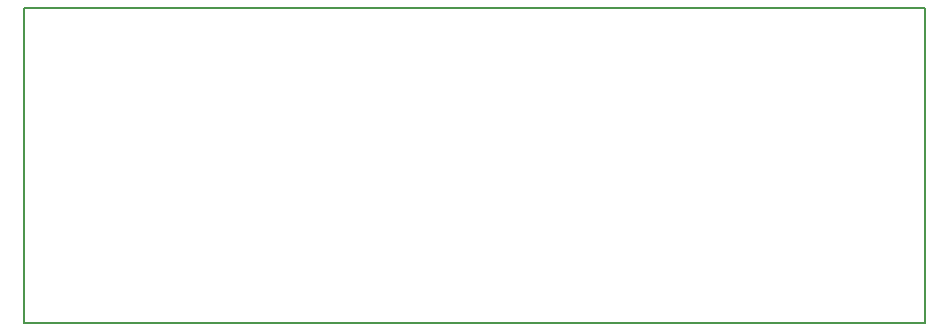
<source format=gm1>
G04 MADE WITH FRITZING*
G04 WWW.FRITZING.ORG*
G04 DOUBLE SIDED*
G04 HOLES PLATED*
G04 CONTOUR ON CENTER OF CONTOUR VECTOR*
%ASAXBY*%
%FSLAX23Y23*%
%MOIN*%
%OFA0B0*%
%SFA1.0B1.0*%
%ADD10R,3.012870X1.056010*%
%ADD11C,0.008000*%
%ADD10C,0.008*%
%LNCONTOUR*%
G90*
G70*
G54D10*
G54D11*
X4Y1052D02*
X3009Y1052D01*
X3009Y4D01*
X4Y4D01*
X4Y1052D01*
D02*
G04 End of contour*
M02*
</source>
